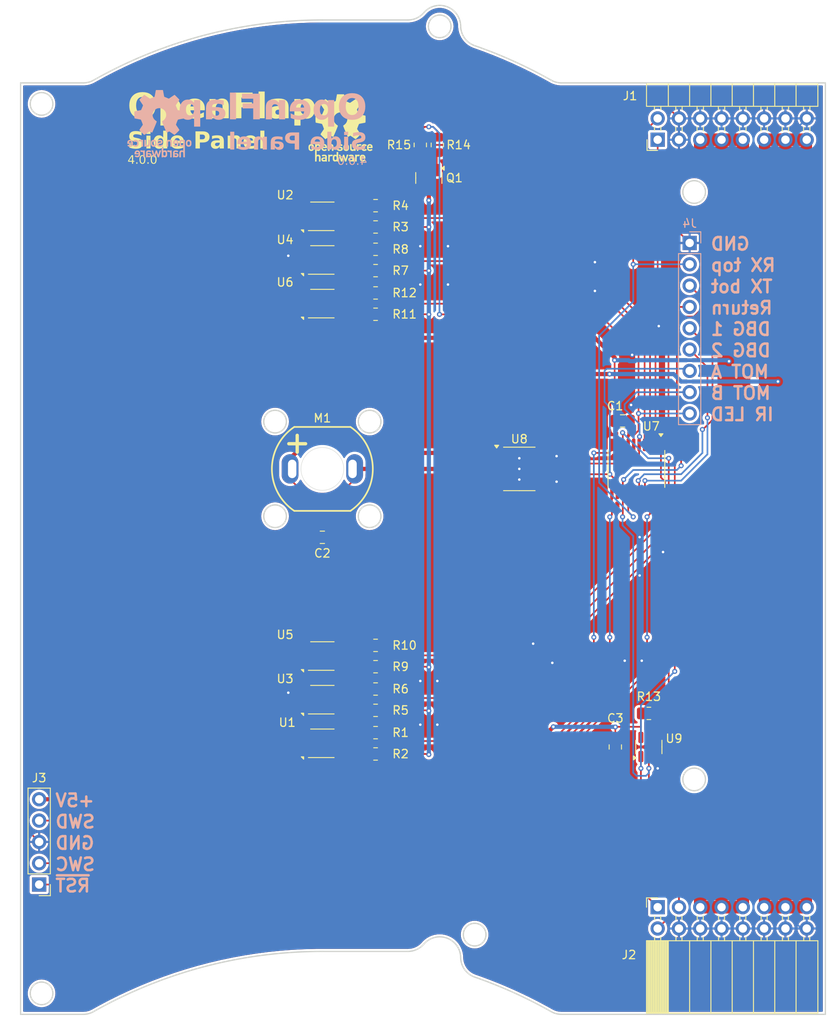
<source format=kicad_pcb>
(kicad_pcb (version 20240108) (generator "pcbnew") (generator_version "8.0")
  (title_block (title "Side Panel") (date "${DATE}") (rev "4.0.0") (company "OpenFlap") (comment 1 "${GIT_TAG}") (comment 2 "Repo: github.com/ToonVanEyck/OpenFlap") (comment 3 "Designer: Toon Van Eyck"))
  (layers (0 "F.Cu" signal) (31 "B.Cu" signal) (34 "B.Paste" user) (35 "F.Paste" user) (36 "B.SilkS" user "B.Silkscreen") (37 "F.SilkS" user "F.Silkscreen") (38 "B.Mask" user) (39 "F.Mask" user) (44 "Edge.Cuts" user))
  (net 0 "")
  (net 1 "+12V")
  (net 2 "/RX Top")
  (net 3 "/Data Return Path")
  (net 4 "/Column End")
  (net 5 "/TX Bottom")
  (net 6 "/SWC")
  (net 7 "/~{RST}")
  (net 8 "/SWD")
  (net 9 "/Motor IN_B")
  (net 10 "Net-(M1--)")
  (net 11 "Net-(M1-+)")
  (net 12 "/Debug Pin 1")
  (net 13 "/Debug Pin 2")
  (net 14 "Net-(U1-K)")
  (net 16 "/Motor IN_A")
  (net 17 "Net-(Q1-D)")
  (net 18 "+5V")
  (net 19 "/IR Sens Ch 1")
  (net 20 "Net-(Q1-G)")
  (net 21 "Net-(U2-K)")
  (net 22 "/IR Sens Ch 2")
  (net 23 "Net-(U3-K)")
  (net 24 "/IR Sens Ch 3")
  (net 25 "Net-(U4-K)")
  (net 26 "/IR Sens Ch 4")
  (net 27 "Net-(U5-K)")
  (net 28 "/IR Sens Ch 5")
  (net 29 "Net-(U6-K)")
  (net 30 "/IR Sens Ch 6")
  (net 31 "GND")
  (net 32 "/IR Sense LED")
  (footprint "Resistor_SMD:R_0805_2012Metric" (layer "F.Cu") (at 108.628 93.574204 -90)
    (property "Reference" "R15")
    (property "Value" "20K")
  )
  (footprint "OptoDevice:OnSemi_CASE100CY" (layer "F.Cu") (at 96.944 107.282204 90)
    (property "Reference" "U4")
    (property "Value" "QRE1113GR")
  )
  (footprint "Resistor_SMD:R_0805_2012Metric" (layer "F.Cu") (at 103.294 108.552204 180)
    (property "Reference" "R7")
    (property "Value" "100R")
  )
  (footprint "Package_TO_SOT_SMD:SOT-23" (layer "F.Cu") (at 109.644 97.511204 -90)
    (property "Reference" "Q1")
    (property "Value" "AP2302B")
  )
  (footprint "Resistor_SMD:R_0805_2012Metric" (layer "F.Cu") (at 103.294 155.752204 180)
    (property "Reference" "R9")
    (property "Value" "100R")
  )
  (footprint "Symbol:OSHW-Logo_7.5x8mm_SilkScreen" (layer "F.Cu") (at 99.103 91.542204)
    (property "Reference" "OSHW-LOGO-2" (hide yes))
    (property "Value" "OSHW-Logo_7.5x8mm_SilkScreen" (hide yes))
  )
  (footprint "Resistor_SMD:R_0805_2012Metric" (layer "F.Cu") (at 103.294 103.352204 180)
    (property "Reference" "R3")
    (property "Value" "100R")
  )
  (footprint "Resistor_SMD:R_0805_2012Metric" (layer "F.Cu") (at 103.294 166.152204 180)
    (property "Reference" "R2")
    (property "Value" "100R")
  )
  (footprint "Resistor_SMD:R_0805_2012Metric" (layer "F.Cu") (at 135.894 161.319704 180)
    (property "Reference" "R13")
    (property "Value" "20K")
  )
  (footprint "Connector_PinHeader_2.54mm:PinHeader_2x08_P2.54mm_Horizontal" (layer "F.Cu") (at 136.944 92.952204 90)
    (property "Reference" "J1")
    (property "Value" "Top Connector")
  )
  (footprint "OptoDevice:OnSemi_CASE100CY" (layer "F.Cu") (at 96.944 159.682204 90)
    (property "Reference" "U3")
    (property "Value" "QRE1113GR")
  )
  (footprint "Connector_PinSocket_2.54mm:PinSocket_2x08_P2.54mm_Horizontal" (layer "F.Cu") (at 136.944 184.412204 90)
    (property "Reference" "J2")
    (property "Value" "Bottom Connecor")
  )
  (footprint "OptoDevice:OnSemi_CASE100CY" (layer "F.Cu") (at 96.944 164.882204 90)
    (property "Reference" "U1")
    (property "Value" "QRE1113GR")
  )
  (footprint "Resistor_SMD:R_0805_2012Metric" (layer "F.Cu") (at 110.66 93.574204 -90)
    (property "Reference" "R14")
    (property "Value" "100R")
  )
  (footprint "Package_TO_SOT_SMD:SOT-23-5" (layer "F.Cu") (at 135.894 165.319704 90)
    (property "Reference" "U9")
    (property "Value" "74LVC1G66")
  )
  (footprint "Resistor_SMD:R_0805_2012Metric" (layer "F.Cu") (at 103.294 106.012204 180)
    (property "Reference" "R8")
    (property "Value" "20K")
  )
  (footprint "OptoDevice:OnSemi_CASE100CY" (layer "F.Cu") (at 96.944 154.482204 90)
    (property "Reference" "U5")
    (property "Value" "QRE1113GR" (hide yes))
  )
  (footprint "Package_SO:SOP-8_3.76x4.96mm_P1.27mm" (layer "F.Cu") (at 120.439 132.182204)
    (property "Reference" "U8")
    (property "Value" "L9110S")
  )
  (footprint "Resistor_SMD:R_0805_2012Metric" (layer "F.Cu") (at 103.294 100.812204 180)
    (property "Reference" "R4")
    (property "Value" "20K")
  )
  (footprint "Connector_PinHeader_2.54mm:PinHeader_1x05_P2.54mm_Vertical" (layer "F.Cu") (at 63.162 181.712204 180)
    (property "Reference" "J3")
    (property "Value" "Conn_01x05")
  )
  (footprint "Resistor_SMD:R_0805_2012Metric" (layer "F.Cu") (at 103.294 160.952204 180)
    (property "Reference" "R5")
    (property "Value" "100R")
  )
  (footprint "Resistor_SMD:R_0805_2012Metric" (layer "F.Cu") (at 103.294 111.212204 180)
    (property "Reference" "R12")
    (property "Value" "20K")
  )
  (footprint "GA12-N20:GA12-N20 Motor Vertical" (layer "F.Cu") (at 96.944 132.182204)
    (property "Reference" "M1")
    (property "Value" "GA12-N20 12V 100rpm")
    (fp_circle (center 0 0) (end 2.55 0) (stroke (width 0.05)) (fill none) (layer "Edge.Cuts"))
  )
  (footprint "OptoDevice:OnSemi_CASE100CY" (layer "F.Cu") (at 96.944 102.082204 90)
    (property "Reference" "U2")
    (property "Value" "QRE1113GR")
  )
  (footprint "Resistor_SMD:R_0805_2012Metric" (layer "F.Cu") (at 103.294 163.612204 180)
    (property "Reference" "R1")
    (property "Value" "20K")
  )
  (footprint "Resistor_SMD:R_0805_2012Metric" (layer "F.Cu") (at 103.294 158.412204 180)
    (property "Reference" "R6")
    (property "Value" "20K")
  )
  (footprint "Package_SO:TSSOP-20_4.4x6.5mm_P0.65mm" (layer "F.Cu") (at 134.409 132.182204 -90)
    (property "Reference" "U7")
    (property "Value" "PY32F003F1xPx")
  )
  (footprint "Resistor_SMD:R_0805_2012Metric" (layer "F.Cu") (at 103.294 153.212204 180)
    (property "Reference" "R10")
    (property "Value" "20K")
  )
  (footprint "Capacitor_SMD:C_0805_2012Metric" (layer "F.Cu") (at 132.758 126.467204)
    (property "Reference" "C1")
    (property "Value" "100nF")
  )
  (footprint "Capacitor_SMD:C_0805_2012Metric" (layer "F.Cu") (at 96.944 140.332204)
    (property "Reference" "C2")
    (property "Value" "100nF")
  )
  (footprint "Capacitor_SMD:C_0805_2012Metric" (layer "F.Cu") (at 131.894 165.319704 -90)
    (property "Reference" "C3")
    (property "Value" "100nF")
  )
  (footprint "Resistor_SMD:R_0805_2012Metric" (layer "F.Cu") (at 103.294 113.752204 180)
    (property "Reference" "R11")
    (property "Value" "100R")
  )
  (footprint "OptoDevice:OnSemi_CASE100CY" (layer "F.Cu") (at 96.944 112.482204 90)
    (property "Reference" "U6")
    (property "Value" "QRE1113GR" (hide yes))
  )
  (footprint "Connector_PinHeader_2.54mm:PinHeader_1x09_P2.54mm_Vertical" (layer "B.Cu") (at 140.759 105.258204 180)
    (property "Reference" "J4")
    (property "Value" "Conn_01x09")
  )
  (footprint "Symbol:OSHW-Logo_7.5x8mm_SilkScreen" (layer "B.Cu") (at 77.513 91.034204 180)
    (property "Reference" "OSHW-LOGO-1" (hide yes))
    (property "Value" "OSHW-Logo_7.5x8mm_SilkScreen" (hide yes))
  )
  (gr_arc (start 96.944 147.803204) (mid 81.323 132.182204) (end 96.944 116.561204) (stroke (width 0.5)) (layer "F.Cu") (net 18))
  (gr_arc (start 113.027768 189.06292) (mid 113.333181 189.708112) (end 113.443809 190.413314) (stroke (width 0.16)) (layer "Edge.Cuts"))
  (gr_arc (start 109.049308 77.813198) (mid 111.799356 77.095072) (end 113.443809 79.413314) (stroke (width 0.16)) (layer "Edge.Cuts"))
  (gr_arc (start 115.12467 81.744496) (mid 119.775566 83.595945) (end 124.240722 85.858928) (stroke (width 0.16)) (layer "Edge.Cuts"))
  (gr_circle (center 91.304823 137.821381) (end 89.954823 137.821381) (stroke (width 0.16)) (fill none) (layer "Edge.Cuts"))
  (gr_arc (start 115.12467 192.744496) (mid 113.915777 191.844579) (end 113.443809 190.413314) (stroke (width 0.16)) (layer "Edge.Cuts"))
  (gr_circle (center 91.304823 126.543027) (end 89.954823 126.543027) (stroke (width 0.16)) (fill none) (layer "Edge.Cuts"))
  (gr_arc (start 69.647278 85.858928) (mid 82.831803 80.506363) (end 96.944 78.682204) (stroke (width 0.16)) (layer "Edge.Cuts"))
  (gr_arc (start 69.647278 196.858928) (mid 82.831803 191.506363) (end 96.944 189.682204) (stroke (width 0.16)) (layer "Edge.Cuts"))
  (gr_circle (center 115.111536 187.681649) (end 113.761536 187.681649) (stroke (width 0.16)) (fill none) (layer "Edge.Cuts"))
  (gr_line (start 96.944 78.682204) (end 107.154615 78.682204) (stroke (width 0.16)) (layer "Edge.Cuts"))
  (gr_circle (center 141.297692 99.182204) (end 139.947692 99.182204) (stroke (width 0.16)) (fill none) (layer "Edge.Cuts"))
  (gr_line (start 60.947732 197.182204) (end 68.417696 197.182204) (stroke (width 0.16)) (layer "Edge.Cuts"))
  (gr_line (start 156.947732 171.682204) (end 156.947732 197.182204) (stroke (width 0.16)) (layer "Edge.Cuts"))
  (gr_line (start 156.947732 96.682204) (end 156.947732 86.182204) (stroke (width 0.16)) (layer "Edge.Cuts"))
  (gr_arc (start 115.12467 192.744496) (mid 119.775566 194.595945) (end 124.240722 196.858928) (stroke (width 0.16)) (layer "Edge.Cuts"))
  (gr_circle (center 102.583177 137.821381) (end 101.233177 137.821381) (stroke (width 0.16)) (fill none) (layer "Edge.Cuts"))
  (gr_line (start 156.947732 197.182204) (end 125.470304 197.182204) (stroke (width 0.16)) (layer "Edge.Cuts"))
  (gr_circle (center 110.944 79.444192) (end 109.594 79.444192) (stroke (width 0.16)) (fill none) (layer "Edge.Cuts"))
  (gr_arc (start 125.470304 86.182204) (mid 124.834619 86.100035) (end 124.240722 85.858928) (stroke (width 0.16)) (layer "Edge.Cuts"))
  (gr_circle (center 141.297692 169.182204) (end 139.947692 169.182204) (stroke (width 0.16)) (fill none) (layer "Edge.Cuts"))
  (gr_line (start 125.470304 86.182204) (end 134.947732 86.182204) (stroke (width 0.16)) (layer "Edge.Cuts"))
  (gr_line (start 60.947732 194.682204) (end 60.947732 96.682204) (stroke (width 0.16)) (layer "Edge.Cuts"))
  (gr_circle (center 63.447732 88.682204) (end 62.097732 88.682204) (stroke (width 0.16)) (fill none) (layer "Edge.Cuts"))
  (gr_arc (start 109.049308 188.813198) (mid 108.196852 189.454591) (end 107.154615 189.682204) (stroke (width 0.16)) (layer "Edge.Cuts"))
  (gr_line (start 60.947732 197.182204) (end 60.947732 194.682204) (stroke (width 0.16)) (layer "Edge.Cuts"))
  (gr_arc (start 109.049308 77.813198) (mid 108.196852 78.454591) (end 107.154615 78.682204) (stroke (width 0.16)) (layer "Edge.Cuts"))
  (gr_arc (start 125.470304 197.182204) (mid 124.834619 197.100035) (end 124.240722 196.858928) (stroke (width 0.16)) (layer "Edge.Cuts"))
  (gr_line (start 96.944 189.682204) (end 107.154615 189.682204) (stroke (width 0.16)) (layer "Edge.Cuts"))
  (gr_line (start 60.947732 86.182204) (end 60.947732 96.682204) (stroke (width 0.16)) (layer "Edge.Cuts"))
  (gr_line (start 134.947732 86.182204) (end 156.947732 86.182204) (stroke (width 0.16)) (layer "Edge.Cuts"))
  (gr_arc (start 109.049308 188.813198) (mid 111.100613 187.949102) (end 113.027768 189.06292) (stroke (width 0.16)) (layer "Edge.Cuts"))
  (gr_circle (center 102.583177 126.543027) (end 101.233177 126.543027) (stroke (width 0.16)) (fill none) (layer "Edge.Cuts"))
  (gr_line (start 60.947732 86.182204) (end 68.417696 86.182204) (stroke (width 0.16)) (layer "Edge.Cuts"))
  (gr_circle (center 63.447732 194.682204) (end 62.097732 194.682204) (stroke (width 0.16)) (fill none) (layer "Edge.Cuts"))
  (gr_arc (start 69.647278 196.858928) (mid 69.053381 197.100035) (end 68.417696 197.182204) (stroke (width 0.16)) (layer "Edge.Cuts"))
  (gr_line (start 156.947732 96.682204) (end 156.947732 171.682204) (stroke (width 0.16)) (layer "Edge.Cuts"))
  (gr_arc (start 115.12467 81.744496) (mid 113.915777 80.844579) (end 113.443809 79.413314) (stroke (width 0.16)) (layer "Edge.Cuts"))
  (gr_arc (start 69.647278 85.858928) (mid 69.053381 86.100035) (end 68.417696 86.182204) (stroke (width 0.16)) (layer "Edge.Cuts"))
  (gr_text "MOT A" (at 143.1212 121.488804 0) (layer "B.SilkS") (effects (font (size 1.5 1.5) (thickness 0.3) (bold yes)) (justify right bottom mirror)))
  (gr_text "GND" (at 64.94 177.648204 0) (layer "B.SilkS") (effects (font (size 1.5 1.5) (thickness 0.3) (bold yes)) (justify right bottom mirror)))
  (gr_text "${COMPANY}" (at 102.278 91.034204 0) (layer "B.SilkS") (effects (font (size 3 3) (thickness 0.3) (bold yes)) (justify left bottom mirror)))
  (gr_text "SWC" (at 64.94 180.188204 0) (layer "B.SilkS") (effects (font (size 1.5 1.5) (thickness 0.3) (bold yes)) (justify right bottom mirror)))
  (gr_text "IR LED" (at 143.1212 126.568804 0) (layer "B.SilkS") (effects (font (size 1.5 1.5) (thickness 0.3) (bold yes)) (justify right bottom mirror)))
  (gr_text "TX bot" (at 143.1212 111.328804 0) (layer "B.SilkS") (effects (font (size 1.5 1.5) (thickness 0.3) (bold yes)) (justify right bottom mirror)))
  (gr_text "SWD" (at 64.94 175.108204 0) (layer "B.SilkS") (effects (font (size 1.5 1.5) (thickness 0.3) (bold yes)) (justify right bottom mirror)))
  (gr_text "MOT B" (at 143.1212 124.028804 0) (layer "B.SilkS") (effects (font (size 1.5 1.5) (thickness 0.3) (bold yes)) (justify right bottom mirror)))
  (gr_text "DBG 1" (at 143.1212 116.408804 0) (layer "B.SilkS") (effects (font (size 1.5 1.5) (thickness 0.3) (bold yes)) (justify right bottom mirror)))
  (gr_text "DBG 2" (at 143.1212 118.948804 0) (layer "B.SilkS") (effects (font (size 1.5 1.5) (thickness 0.3) (bold yes)) (justify right bottom mirror)))
  (gr_text "${TITLE}\n" (at 102.278 94.463204 0) (layer "B.SilkS") (effects (font (size 2 2) (thickness 0.3) (bold yes)) (justify left bottom mirror)))
  (gr_text "+5V" (at 64.94 172.568204 0) (layer "B.SilkS") (effects (font (size 1.5 1.5) (thickness 0.3) (bold yes)) (justify right bottom mirror)))
  (gr_text "${REVISION}" (at 102.278 96.114204 0) (layer "B.SilkS") (effects (font (size 1 1) (thickness 0.125)) (justify left bottom mirror)))
  (gr_text "~{RST}" (at 64.94 182.728204 0) (layer "B.SilkS") (effects (font (size 1.5 1.5) (thickness 0.3) (bold yes)) (justify right bottom mirror)))
  (gr_text "GND" (at 143.1212 106.248804 0) (layer "B.SilkS") (effects (font (size 1.5 1.5) (thickness 0.3) (bold yes)) (justify right bottom mirror)))
  (gr_text "RX top" (at 143.1212 108.788804 0) (layer "B.SilkS") (effects (font (size 1.5 1.5) (thickness 0.3) (bold yes)) (justify right bottom mirror)))
  (gr_text "Return" (at 143.1212 113.868804 0) (layer "B.SilkS") (effects (font (size 1.5 1.5) (thickness 0.3) (bold yes)) (justify right bottom mirror)))
  (gr_text "${COMPANY}" (at 73.703 90.907204 0) (layer "F.SilkS") (effects (font (size 3 3) (thickness 0.3) (bold yes)) (justify left bottom)))
  (gr_text "${REVISION}" (at 73.703 95.987204 0) (layer "F.SilkS") (effects (font (size 1 1) (thickness 0.125)) (justify left bottom)))
  (gr_text "${TITLE}\n" (at 73.703 94.336204 0) (layer "F.SilkS") (effects (font (size 2 2) (thickness 0.3) (bold yes)) (justify left bottom)))
  (segment (start 119.677 125.832204) (end 124.63 120.879204) (width 0.5) (layer "F.Cu") (net 1))
  (segment (start 151.544 92.952204) (end 154.084 92.952204) (width 0.2) (layer "F.Cu") (net 1))
  (segment (start 151.29 121.768204) (end 152.184 121.768204) (width 0.2) (layer "F.Cu") (net 1))
  (segment (start 152.184 121.768204) (end 152.184 92.952204) (width 0.2) (layer "F.Cu") (net 1))
  (segment (start 117.9015 131.547204) (end 119.677 131.547204) (width 0.5) (layer "F.Cu") (net 1))
  (segment (start 117.9015 132.817204) (end 119.677 132.817204) (width 0.5) (layer "F.Cu") (net 1))
  (segment (start 119.677 131.547204) (end 119.677 125.832204) (width 0.5) (layer "F.Cu") (net 1))
  (segment (start 154.084 184.412204) (end 151.544 184.412204) (width 0.2) (layer "F.Cu") (net 1))
  (segment (start 149.004 184.412204) (end 151.544 184.412204) (width 0.2) (layer "F.Cu") (net 1))
  (segment (start 124.63 120.879204) (end 131.208 120.879204) (width 0.5) (layer "F.Cu") (net 1))
  (segment (start 119.677 132.817204) (end 119.677 131.547204) (width 0.5) (layer "F.Cu") (net 1))
  (segment (start 152.184 184.412204) (end 152.184 121.768204) (width 0.2) (layer "F.Cu") (net 1))
  (segment (start 149.004 92.952204) (end 151.544 92.952204) (width 0.2) (layer "F.Cu") (net 1))
  (via (at 151.29 121.768204) (size 0.6) (drill 0.3) (layers "F.Cu" "B.Cu") (net 1))
  (via (at 131.208 120.879204) (size 0.6) (drill 0.3) (layers "F.Cu" "B.Cu") (net 1))
  (segment (start 140.378 121.768204) (end 139.743 121.768204) (width 0.5) (layer "B.Cu") (net 1))
  (segment (start 141.285052 121.768204) (end 140.378 121.768204) (width 0.44) (layer "B.Cu") (net 1))
  (segment (start 141.14 121.768204) (end 151.144948 121.768204) (width 0.5) (layer "B.Cu") (net 1))
  (segment (start 139.743 121.768204) (end 138.854 120.879204) (width 0.5) (layer "B.Cu") (net 1))
  (segment (start 138.854 120.879204) (end 131.208 120.879204) (width 0.5) (layer "B.Cu") (net 1))
  (segment (start 134.028 107.798204) (end 134.028 93.328204) (width 0.2) (layer "F.Cu") (net 2))
  (segment (start 136.304 90.412204) (end 136.304 90.516204) (width 0.2) (layer "F.Cu") (net 2))
  (segment (start 134.028 137.897204) (end 133.434 137.303204) (width 0.2) (layer "F.Cu") (net 2))
  (segment (start 133.434 137.303204) (end 133.434 135.044704) (width 0.2) (layer "F.Cu") (net 2))
  (segment (start 134.028 93.328204) (end 136.944 90.412204) (width 0.2) (layer "F.Cu") (net 2))
  (segment (start 136.304 90.516204) (end 136.314 90.526204) (width 0.2) (layer "F.Cu") (net 2))
  (via (at 134.028 137.897204) (size 0.6) (drill 0.3) (layers "F.Cu" "B.Cu") (net 2))
  (via (at 134.028 107.798204) (size 0.6) (drill 0.3) (layers "F.Cu" "B.Cu") (net 2))
  (segment (start 129.964 116.307204) (end 129.964 133.833204) (width 0.2) (layer "B.Cu") (net 2))
  (segment (start 134.028 107.798204) (end 134.028 112.243204) (width 0.2) (layer "B.Cu") (net 2))
  (segment (start 134.028 107.798204) (end 140.759 107.798204) (width 0.2) (layer "B.Cu") (net 2))
  (segment (start 134.028 112.243204) (end 129.964 116.307204) (width 0.2) (layer "B.Cu") (net 2))
  (segment (start 129.964 133.833204) (end 134.028 137.897204) (width 0.2) (layer "B.Cu") (net 2))
  (segment (start 134.944 182.374204) (end 135.298 182.728204) (width 0.2) (layer "F.Cu") (net 3))
  (segment (start 138.234 112.878204) (end 138.234 115.418204) (width 0.2) (layer "F.Cu") (net 3))
  (segment (start 136.944 111.588204) (end 138.234 112.878204) (width 0.2) (layer "F.Cu") (net 3))
  (segment (start 136.944 92.952204) (end 136.944 111.588204) (width 0.2) (layer "F.Cu") (net 3))
  (segment (start 140.759 112.878204) (end 138.234 112.878204) (width 0.2) (layer "F.Cu") (net 3))
  (segment (start 136.944 184.412204) (end 135.298 182.766204) (width 0.2) (layer "F.Cu") (net 3))
  (segment (start 138.981 130.404204) (end 138.981 156.312204) (width 0.2) (layer "F.Cu") (net 3))
  (segment (start 135.298 182.766204) (end 135.298 182.728204) (width 0.2) (layer "F.Cu") (net 3))
  (segment (start 138.234 115.418204) (end 138.234 129.657204) (width 0.2) (layer "F.Cu") (net 3))
  (segment (start 138.234 129.657204) (end 138.981 130.404204) (width 0.2) (layer "F.Cu") (net 3))
  (segment (start 134.944 167.869204) (end 134.944 182.374204) (width 0.2) (layer "F.Cu") (net 3))
  (segment (start 134.944 166.457204) (end 134.944 167.869204) (width 0.2) (layer "F.Cu") (net 3))
  (via (at 134.944 167.869204) (size 0.6) (drill 0.3) (layers "F.Cu" "B.Cu") (net 3))
  (via (at 138.981 156.312204) (size 0.6) (drill 0.3) (layers "F.Cu" "B.Cu") (net 3))
  (segment (start 134.944 160.349204) (end 134.944 167.869204) (width 0.2) (layer "B.Cu") (net 3))
  (segment (start 138.981 156.312204) (end 134.944 160.349204) (width 0.2) (layer "B.Cu") (net 3))
  (segment (start 136.844 162.916204) (end 136.844 162.789204) (width 0.2) (layer "F.Cu") (net 4))
  (segment (start 139.484 182.469204) (end 139.484 184.412204) (width 0.2) (layer "F.Cu") (net 4))
  (segment (start 136.844 161.357204) (end 136.8065 161.319704) (width 0.2) (layer "F.Cu") (net 4))
  (segment (start 136.844 162.789204) (end 136.844 161.357204) (width 0.2) (layer "F.Cu") (net 4))
  (segment (start 138.262695 130.912204) (end 138.262695 162.789204) (width 0.2) (layer "F.Cu") (net 4))
  (segment (start 138.262695 181.247899) (end 139.484 182.469204) (width 0.2) (layer "F.Cu") (net 4))
  (segment (start 136.844 164.182204) (end 136.844 162.916204) (width 0.2) (layer "F.Cu") (net 4))
  (segment (start 138.262695 162.789204) (end 138.262695 181.247899) (width 0.2) (layer "F.Cu") (net 4))
  (segment (start 132.784 129.319704) (end 132.784 127.890204) (width 0.2) (layer "F.Cu") (net 4))
  (segment (start 136.844 162.789204) (end 138.262695 162.789204) (width 0.2) (layer "F.Cu") (net 4))
  (segment (start 138.262695 130.912204) (end 138.346 130.995509) (width 0.2) (layer "F.Cu") (net 4))
  (segment (start 132.784 127.890204) (end 132.758 127.864204) (width 0.2) (layer "F.Cu") (net 4))
  (via (at 132.758 127.864204) (size 0.6) (drill 0.3) (layers "F.Cu" "B.Cu") (net 4))
  (via (at 138.262695 130.912204) (size 0.6) (drill 0.3) (layers "F.Cu" "B.Cu") (net 4))
  (segment (start 135.806 130.912204) (end 132.758 127.864204) (width 0.2) (layer "B.Cu") (net 4))
  (segment (start 138.262695 130.912204) (end 135.806 130.912204) (width 0.2) (layer "B.Cu") (net 4))
  (segment (start 138.219 185.677204) (end 138.219 183.021204) (width 0.2) (layer "F.Cu") (net 5))
  (segment (start 139.736 114.028204) (end 141.26 114.028204) (width 0.2) (layer "F.Cu") (net 5))
  (segment (start 139.743 131.801204) (end 139.743 130.404204) (width 0.2) (layer "F.Cu") (net 5))
  (segment (start 135.894 180.696204) (end 135.894 166.457204) (width 0.2) (layer "F.Cu") (net 5))
  (segment (start 132.784 135.044704) (end 132.784 137.871204) (width 0.2) (layer "F.Cu") (net 5))
  (segment (start 142.156 111.735204) (end 140.759 110.338204) (width 0.2) (layer "F.Cu") (net 5))
  (segment (start 139.235 129.896204) (end 139.235 114.529204) (width 0.2) (layer "F.Cu") (net 5))
  (segment (start 132.784 133.553204) (end 132.885 133.452204) (width 0.2) (layer "F.Cu") (net 5))
  (segment (start 132.784 137.871204) (end 132.758 137.897204) (width 0.2) (layer "F.Cu") (net 5))
  (segment (start 141.26 114.028204) (end 142.156 113.132204) (width 0.2) (layer "F.Cu") (net 5))
  (segment (start 132.784 135.044704) (end 132.784 133.553204) (width 0.2) (layer "F.Cu") (net 5))
  (segment (start 138.219 183.021204) (end 135.894 180.696204) (width 0.2) (layer "F.Cu") (net 5))
  (segment (start 136.944 186.952204) (end 138.219 185.677204) (width 0.2) (layer "F.Cu") (net 5))
  (segment (start 139.743 130.404204) (end 139.235 129.896204) (width 0.2) (layer "F.Cu") (net 5))
  (segment (start 142.156 113.132204) (end 142.156 111.735204) (width 0.2) (layer "F.Cu") (net 5))
  (segment (start 139.235 114.529204) (end 139.736 114.028204) (width 0.2) (layer "F.Cu") (net 5))
  (via (at 132.885 133.452204) (size 0.6) (drill 0.3) (layers "F.Cu" "B.Cu") (net 5))
  (via (at 135.894 167.869204) (size 0.6) (drill 0.3) (layers "F.Cu" "B.Cu") (net 5))
  (via (at 139.743 131.801204) (size 0.6) (drill 0.3) (layers "F.Cu" "B.Cu") (net 5))
  (via (at 132.758 137.897204) (size 0.6) (drill 0.3) (layers "F.Cu" "B.Cu") (net 5))
  (segment (start 135.552 168.758204) (end 134.409 168.758204) (width 0.2) (layer "B.Cu") (net 5))
  (segment (start 132.758 138.913204) (end 132.758 137.897204) (width 0.2) (layer "B.Cu") (net 5))
  (segment (start 134.028 132.309204) (end 132.885 133.452204) (width 0.2) (layer "B.Cu") (net 5))
  (segment (start 134.028 140.183204) (end 132.758 138.913204) (width 0.2) (layer "B.Cu") (net 5))
  (segment (start 135.894 168.416204) (end 135.552 168.758204) (width 0.2) (layer "B.Cu") (net 5))
  (segment (start 139.235 132.309204) (end 134.028 132.309204) (width 0.2) (layer "B.Cu") (net 5))
  (segment (start 139.743 131.801204) (end 139.235 132.309204) (width 0.2) (layer "B.Cu") (net 5))
  (segment (start 135.894 167.869204) (end 135.894 168.416204) (width 0.2) (layer "B.Cu") (net 5))
  (segment (start 134.028 168.377204) (end 134.028 140.183204) (width 0.2) (layer "B.Cu") (net 5))
  (segment (start 134.409 168.758204) (end 134.028 168.377204) (width 0.2) (layer "B.Cu") (net 5))
  (segment (start 63.162 179.172204) (end 111.295 179.172204) (width 0.2) (layer "F.Cu") (net 6))
  (segment (start 131.234 137.897204) (end 131.484 137.647204) (width 0.2) (layer "F.Cu") (net 6))
  (segment (start 111.295 179.172204) (end 131.234 159.233204) (width 0.2) (layer "F.Cu") (net 6))
  (segment (start 131.484 137.647204) (end 131.484 135.044704) (width 0.2) (layer "F.Cu") (net 6))
  (segment (start 131.234 159.233204) (end 131.234 152.248204) (width 0.2) (layer "F.Cu") (net 6))
  (via (at 131.234 137.897204) (size 0.6) (drill 0.3) (layers "F.Cu" "B.Cu") (net 6))
  (via (at 131.234 152.248204) (size 0.6) (drill 0.3) (layers "F.Cu" "B.Cu") (net 6))
  (segment (start 131.234 152.248204) (end 131.234 137.897204) (width 0.2) (layer "B.Cu") (net 6))
  (segment (start 63.162 181.712204) (end 110.279 181.712204) (width 0.2) (layer "F.Cu") (net 7))
  (segment (start 136.034 135.044704) (end 136.034 137.542204) (width 0.2) (layer "F.Cu") (net 7))
  (segment (start 136.034 137.542204) (end 135.679 137.897204) (width 0.2) (layer "F.Cu") (net 7))
  (segment (start 135.679 156.312204) (end 135.679 152.248204) (width 0.2) (layer "F.Cu") (net 7))
  (segment (start 110.279 181.712204) (end 135.679 156.312204) (width 0.2) (layer "F.Cu") (net 7))
  (via (at 135.679 137.897204) (size 0.6) (drill 0.3) (layers "F.Cu" "B.Cu") (net 7))
  (via (at 135.679 152.248204) (size 0.6) (drill 0.3) (layers "F.Cu" "B.Cu") (net 7))
  (segment (start 135.679 137.897204) (end 135.679 152.248204) (width 0.2) (layer "B.Cu") (net 7))
  (segment (start 129.329 159.614204) (end 114.851 174.092204) (width 0.2) (layer "F.Cu") (net 8))
  (segment (start 129.329 152.248204) (end 129.329 159.614204) (width 0.2) (layer "F.Cu") (net 8))
  (segment (start 131.111 130.277204) (end 129.329 130.277204) (width 0.2) (layer "F.Cu") (net 8))
  (segment (start 131.484 129.904204) (end 131.111 130.277204) (width 0.2) (layer "F.Cu") (net 8))
  (segment (start 131.484 129.319704) (end 131.484 129.904204) (width 0.2) (layer "F.Cu") (net 8))
  (segment (start 114.851 174.092204) (end 63.162 174.092204) (width 0.2) (layer "F.Cu") (net 8))
  (via (at 129.329 152.248204) (size 0.6) (drill 0.3) (layers "F.Cu" "B.Cu") (net 8))
  (via (at 129.329 130.277204) (size 0.6) (drill 0.3) (layers "F.Cu" "B.Cu") (net 8))
  (segment (start 129.329 152.248204) (end 129.329 130.277204) (width 0.2) (layer "B.Cu") (net 8))
  (segment (start 124.503 131.547204) (end 133.774 131.547204) (width 0.2) (layer "F.Cu") (net 9))
  (segment (start 134.734 129.319704) (end 134.734 128.387731) (width 0.2) (layer "F.Cu") (net 9))
  (segment (start 124.503 131.547204) (end 122.9765 131.547204) (width 0.2) (layer "F.Cu") (net 9))
  (segment (start 133.774 131.547204) (end 134.734 130.587204) (width 0.2) (layer "F.Cu") (net 9))
  (segment (start 134.734 128.387731) (end 134.784 128.337731) (width 0.2) (layer "F.Cu") (net 9))
  (segment (start 134.734 130.587204) (end 134.734 129.319704) (width 0.2) (layer "F.Cu") (net 9))
  (via (at 134.784 128.337731) (size 0.6) (drill 0.3) (layers "F.Cu" "B.Cu") (net 9))
  (segment (start 133.012 125.070204) (end 133.012 124.475675) (width 0.2) (layer "B.Cu") (net 9))
  (segment (start 134.784 128.337731) (end 134.784 126.842204) (width 0.2) (layer "B.Cu") (net 9))
  (segment (start 134.449471 123.038204) (end 140.759 123.038204) (width 0.2) (layer "B.Cu") (net 9))
  (segment (start 133.012 124.475675) (end 134.449471 123.038204) (width 0.2) (layer "B.Cu") (net 9))
  (segment (start 134.784 126.842204) (end 133.012 125.070204) (width 0.2) (layer "B.Cu") (net 9))
  (segment (start 100.544 133.662204) (end 97.894 136.312204) (width 0.2) (layer "F.Cu") (net 10))
  (segment (start 116.629 134.087204) (end 114.724 132.182204) (width 0.5) (layer "F.Cu") (net 10))
  (segment (start 117.9015 134.087204) (end 116.629 134.087204) (width 0.5) (layer "F.Cu") (net 10))
  (segment (start 97.894 136.312204) (end 97.894 140.332204) (width 0.2) (layer "F.Cu") (net 10))
  (segment (start 100.544004 132.182204) (end 100.544 132.1822) (width 0.5) (layer "F.Cu") (net 10))
  (segment (start 114.724 132.182204) (end 100.544004 132.182204) (width 0.5) (layer "F.Cu") (net 10))
  (segment (start 100.544 132.1822) (end 100.544 133.662204) (width 0.2) (layer "F.Cu") (net 10))
  (segment (start 93.319 130.727204) (end 93.319 132.1822) (width 0.5) (layer "F.Cu") (net 11))
  (segment (start 93.319 130.727204) (end 95.039 129.007204) (width 0.5) (layer "F.Cu") (net 11))
  (segment (start 95.994 136.312204) (end 95.994 140.332204) (width 0.2) (layer "F.Cu") (net 11))
  (segment (start 102.7098 130.277204) (end 117.9015 130.277204) (width 0.5) (layer "F.Cu") (net 11))
  (segment (start 93.319 132.182204) (end 93.319 133.637204) (width 0.2) (layer "F.Cu") (net 11))
  (segment (start 93.319 133.637204) (end 95.994 136.312204) (width 0.2) (layer "F.Cu") (net 11))
  (segment (start 95.039 129.007204) (end 101.4398 129.007204) (width 0.5) (layer "F.Cu") (net 11))
  (segment (start 93.319 132.182204) (end 93.319 130.727204) (width 0.5) (layer "F.Cu") (net 11))
  (segment (start 101.4398 129.007204) (end 102.7098 130.277204) (width 0.5) (layer "F.Cu") (net 11))
  (segment (start 143.483 118.142204) (end 143.483 126.339735) (width 0.2) (layer "F.Cu") (net 12))
  (segment (start 140.759 115.418204) (end 143.483 118.142204) (width 0.2) (layer "F.Cu") (net 12))
  (segment (start 143.454265 126.36847) (end 142.339531 127.483204) (width 0.2) (layer "F.Cu") (net 12))
  (segment (start 143.483 126.339735) (end 143.454265 126.36847) (width 0.2) (layer "F.Cu") (net 12))
  (segment (start 134.734 133.688207) (end 134.624997 133.579204) (width 0.2) (layer "F.Cu") (net 12))
  (segment (start 142.339531 127.483204) (end 142.283 127.483204) (width 0.2) (layer "F.Cu") (net 12))
  (segment (start 134.734 135.044704) (end 134.734 133.688207) (width 0.2) (layer "F.Cu") (net 12))
  (via (at 142.283 127.483204) (size 0.6) (drill 0.3) (layers "F.Cu" "B.Cu") (net 12))
  (via (at 134.624997 133.579204) (size 0.6) (drill 0.3) (layers "F.Cu" "B.Cu") (net 12))
  (segment (start 134.624997 133.530678) (end 134.624997 133.579204) (width 0.2) (layer "B.Cu") (net 12))
  (segment (start 139.743 132.817204) (end 135.338471 132.817204) (width 0.2) (layer "B.Cu") (net 12))
  (segment (start 142.283 127.483204) (end 142.283 130.277204) (width 0.2) (layer "B.Cu") (net 12))
  (segment (start 135.338471 132.817204) (end 134.624997 133.530678) (width 0.2) (layer "B.Cu") (net 12))
  (segment (start 142.283 130.277204) (end 139.743 132.817204) (width 0.2) (layer "B.Cu") (net 12))
  (segment (start 142.883 126.091206) (end 142.883 120.082204) (width 0.2) (layer "F.Cu") (net 13))
  (segment (start 135.425 133.579204) (end 135.425 135.003704) (width 0.2) (layer "F.Cu") (net 13))
  (segment (start 142.883 120.082204) (end 140.759 117.958204) (width 0.2) (layer "F.Cu") (net 13))
  (segment (start 135.425 135.003704) (end 135.384 135.044704) (width 0.2) (layer "F.Cu") (net 13))
  (via (at 142.883 126.091206) (size 0.6) (drill 0.3) (layers "F.Cu" "B.Cu") (net 13))
  (via (at 135.425 133.579204) (size 0.6) (drill 0.3) (layers "F.Cu" "B.Cu") (net 13))
  (segment (start 142.791 130.531204) (end 142.883 130.439204) (width 0.2) (layer "B.Cu") (net 13))
  (segment (start 142.883 130.439204) (end 142.883 126.091206) (width 0.2) (layer "B.Cu") (net 13))
  (segment (start 135.806 133.579204) (end 139.743 133.579204) (width 0.2) (layer "B.Cu") (net 13))
  (segment (start 135.806 133.579204) (end 135.425 133.579204) (width 0.2) (layer "B.Cu") (net 13))
  (segment (start 139.743 133.579204) (end 142.791 130.531204) (width 0.2) (layer "B.Cu") (net 13))
  (segment (start 100.384 165.782204) (end 98.944 165.782204) (width 0.2) (layer "F.Cu") (net 14))
  (segment (start 100.754 166.152204) (end 100.384 165.782204) (width 0.2) (layer "F.Cu") (net 14))
  (segment (start 102.3815 166.152204) (end 100.754 166.152204) (width 0.2) (layer "F.Cu") (net 14))
  (segment (start 124.503 132.817204) (end 122.9765 132.817204) (width 0.2) (layer "F.Cu") (net 16))
  (segment (start 132.134 133.717204) (end 132.134 135.044704) (width 0.2) (layer "F.Cu") (net 16))
  (segment (start 124.503 132.817204) (end 131.234 132.817204) (width 0.2) (layer "F.Cu") (net 16))
  (segment (start 131.234 132.817204) (end 132.134 133.717204) (width 0.2) (layer "F.Cu") (net 16))
  (via (at 131.234 132.817204) (size 0.6) (drill 0.3) (layers "F.Cu" "B.Cu") (net 16))
  (segment (start 130.853 120.244204) (end 140.505 120.244204) (width 0.2) (layer "B.Cu") (net 16))
  (segment (start 140.505 120.244204) (end 140.759 120.498204) (width 0.2) (layer "B.Cu") (net 16))
  (segment (start 131.234 132.817204) (end 131.234 124.816204) (width 0.2) (layer "B.Cu") (net 16))
  (segment (start 130.608 124.190204) (end 130.608 120.489204) (width 0.2) (layer "B.Cu") (net 16))
  (segment (start 131.234 124.816204) (end 130.608 124.190204) (width 0.2) (layer "B.Cu") (net 16))
  (segment (start 130.608 120.489204) (end 130.853 120.244204) (width 0.2) (layer "B.Cu") (net 16))
  (segment (start 104.2065 155.752204) (end 109.592 155.752204) (width 0.2) (layer "F.Cu") (net 17))
  (segment (start 104.2065 113.752204) (end 109.629 113.752204) (width 0.2) (layer "F.Cu") (net 17))
  (segment (start 109.592 155.752204) (end 109.644 155.804204) (width 0.2) (layer "F.Cu") (net 17))
  (segment (start 109.644 103.353204) (end 109.643 103.352204) (width 0.2) (layer "F.Cu") (net 17))
  (segment (start 109.585 160.952204) (end 109.644 161.011204) (width 0.2) (layer "F.Cu") (net 17))
  (segment (start 109.636 108.552204) (end 109.644 108.560204) (width 0.2) (layer "F.Cu") (net 17))
  (segment (start 104.2065 166.152204) (end 109.578 166.152204) (width 0.2) (layer "F.Cu") (net 17))
  (segment (start 109.643 103.352204) (end 104.2065 103.352204) (width 0.2) (layer "F.Cu") (net 17))
  (segment (start 104.2065 108.552204) (end 109.636 108.552204) (width 0.2) (layer "F.Cu") (net 17))
  (segment (start 104.2065 160.952204) (end 109.585 160.952204) (width 0.2) (layer "F.Cu") (net 17))
  (segment (start 109.644 100.178204) (end 109.644 98.448704) (width 0.5) (layer "F.Cu") (net 17))
  (segment (start 109.629 113.752204) (end 109.644 113.767204) (width 0.2) (layer "F.Cu") (net 17))
  (segment (start 109.578 166.152204) (end 109.644 166.218204) (width 0.2) (layer "F.Cu") (net 17))
  (via (at 109.644 155.804204) (size 0.6) (drill 0.3) (layers "F.Cu" "B.Cu") (net 17))
  (via (at 109.644 161.011204) (size 0.6) (drill 0.3) (layers "F.Cu" "B.Cu") (net 17))
  (via (at 109.644 113.767204) (size 0.6) (drill 0.3) (layers "F.Cu" "B.Cu") (net 17))
  (via (at 109.644 103.353204) (size 0.6) (drill 0.3) (layers "F.Cu" "B.Cu") (net 17))
  (via (at 109.644 108.560204) (size 0.6) (drill 0.3) (layers "F.Cu" "B.Cu") (net 17))
  (via (at 109.644 100.178204) (size 0.6) (drill 0.3) (layers "F.Cu" "B.Cu") (net 17))
  (via (at 109.644 166.218204) (size 0.6) (drill 0.3) (layers "F.Cu" "B.Cu") (net 17))
  (segment (start 109.644 103.353204) (end 109.644 100.178204) (width 0.5) (layer "B.Cu") (net 17))
  (segment (start 109.644 155.804204) (end 109.644 113.767204) (width 0.5) (layer "B.Cu") (net 17))
  (segment (start 109.644 166.218204) (end 109.644 161.011204) (width 0.5) (layer "B.Cu") (net 17))
  (segment (start 109.644 113.767204) (end 109.644 108.560204) (width 0.5) (layer "B.Cu") (net 17))
  (segment (start 109.644 161.011204) (end 109.644 155.804204) (width 0.5) (layer "B.Cu") (net 17))
  (segment (start 109.644 108.560204) (end 109.644 103.353204) (width 0.5) (layer "B.Cu") (net 17))
  (segment (start 104.2065 153.212204) (end 104.2065 152.906704) (width 0.2) (layer "F.Cu") (net 18))
  (segment (start 96.94 113.382204) (end 96.944 113.386204) (width 0.2) (layer "F.Cu") (net 18))
  (segment (start 94.944 113.382204) (end 96.94 113.382204) (width 0.2) (layer "F.Cu") (net 18))
  (segment (start 103.505 157.412204) (end 96.987 157.412204) (width 0.2) (layer "F.Cu") (net 18))
  (segment (start 124.503 162.916204) (end 115.867 171.552204) (width 0.5) (layer "F.Cu") (net 18))
  (segment (start 134.944 162.916204) (end 131.869 162.916204) (width 0.2) (layer "F.Cu") (net 18))
  (segment (start 96.944 102.972204) (end 96.944 105.004204) (width 0.5) (layer "F.Cu") (net 18))
  (segment (start 96.98 152.212204) (end 96.944 152.248204) (width 0.2) (layer "F.Cu") (net 18))
  (segment (start 104.2065 111.212204) (end 104.2065 110.869704) (width 0.2) (layer "F.Cu") (net 18))
  (segment (start 96.944 171.552204) (end 63.162 171.552204) (width 0.5) (layer "F.Cu") (net 18))
  (segment (start 96.944 99.797204) (end 96.944 102.972204) (width 0.5) (layer "F.Cu") (net 18))
  (segment (start 134.944 164.182204) (end 134.944 162.916204) (width 0.2) (layer "F.Cu") (net 18))
  (segment (start 96.944 157.455204) (end 96.944 155.423204) (width 0.5) (layer "F.Cu") (net 18))
  (segment (start 104.2065 105.662704) (end 103.548 105.004204) (width 0.2) (layer "F.Cu") (net 18))
  (segment (start 96.941 108.182204) (end 96.944 108.179204) (width 0.2) (layer "F.Cu") (net 18))
  (segment (start 144.564 92.952204) (end 144.564 94.839204) (width 0.2) (layer "F.Cu") (net 18))
  (segment (start 144.564 94.839204) (end 145.458 95.733204) (width 0.2) (layer "F.Cu") (net 18))
  (segment (start 131.894 162.941204) (end 131.869 162.916204) (width 0.2) (layer "F.Cu") (net 18))
  (segment (start 104.2065 158.412204) (end 104.2065 158.113704) (width 0.2) (layer "F.Cu") (net 18))
  (segment (start 96.865 160.582204) (end 96.944 160.503204) (width 0.2) (layer "F.Cu") (net 18))
  (segment (start 96.934 102.982204) (end 96.944 102.972204) (width 0.2) (layer "F.Cu") (net 18))
  (segment (start 104.2065 163.612204) (end 104.2065 163.320704) (width 0.2) (layer "F.Cu") (net 18))
  (segment (start 96.944 162.535204) (end 96.944 160.503204) (width 0.5) (layer "F.Cu") (net 18))
  (segment (start 104.2065 100.455704) (end 103.548 99.797204) (width 0.2) (layer "F.Cu") (net 18))
  (segment (start 134.944 162.916204) (end 134.944 161.357204) (width 0.2) (layer "F.Cu") (net 18))
  (segment (start 132.134 127.875204) (end 131.808 127.549204) (width 0.2) (layer "F.Cu") (net 18))
  (segment (start 96.987 157.412204) (end 96.944 157.455204) (width 0.2) (layer "F.Cu") (net 18))
  (segment (start 96.944 165.837204) (end 96.944 162.535204) (width 0.5) (layer "F.Cu") (net 18))
  (segment (start 145.458 180.061204) (end 145.458 95.733204) (width 0.2) (layer "F.Cu") (net 18))
  (segment (start 144.564 180.955204) (end 145.458 180.061204) (width 0.2) (layer "F.Cu") (net 18))
  (segment (start 147.104 184.412204) (end 144.564 184.412204) (width 0.2) (layer "F.Cu") (net 18))
  (segment (start 103.548 105.004204) (end 96.944 105.004204) (width 0.2) (layer "F.Cu") (net 18))
  (segment (start 96.944 105.004204) (end 96.944 108.179204) (width 0.5) (layer "F.Cu") (net 18))
  (segment (start 96.889 165.782204) (end 96.944 165.837204) (width 0.2) (layer "F.Cu") (net 18))
  (segment (start 104.2065 158.113704) (end 103.505 157.412204) (width 0.2) (layer "F.Cu") (net 18))
  (segment (start 104.2065 163.320704) (end 103.421 162.535204) (width 0.2) (layer "F.Cu") (net 18))
  (segment (start 96.903 155.382204) (end 96.944 155.423204) (width 0.2) (layer "F.Cu") (net 18))
  (segment (start 131.894 164.369704) (end 131.894 162.941204) (width 0.2) (layer "F.Cu") (net 18))
  (segment (start 131.808 119.228204) (end 131.808 118.913204) (width 0.5) (layer "F.Cu") (net 18))
  (segment (start 132.134 129.319704) (end 132.134 127.875204) (width 0.2) (layer "F.Cu") (net 18))
  (segment (start 103.548 110.211204) (end 96.944 110.211204) (width 0.2) (layer "F.Cu") (net 18))
  (segment (start 103.548 99.797204) (end 96.944 99.797204) (width 0.2) (layer "F.Cu") (net 18))
  (segment (start 129.456 116.561204) (end 96.944 116.561204) (width 0.5) (layer "F.Cu") (net 18))
  (segment (start 96.944 155.423204) (end 96.944 152.248204) (width 0.5) (layer "F.Cu") (net 18))
  (segment (start 94.944 160.582204) (end 96.865 160.582204) (width 0.2) (layer "F.Cu") (net 18))
  (segment (start 131.808 119.228204) (end 131.808 126.467204) (width 0.2) (layer "F.Cu") (net 18))
  (segment (start 94.944 155.382204) (end 96.903 155.382204) (width 0.2) (layer "F.Cu") (net 18))
  (segment (start 115.867 171.552204) (end 96.944 171.552204) (width 0.5) (layer "F.Cu") (net 18))
  (segment (start 144.564 184.412204) (end 144.564 180.955204) (width 0.2) (layer "F.Cu") (net 18))
  (segment (start 96.944 116.561204) (end 96.944 113.386204) (width 0.5) (layer "F.Cu") (net 18))
  (segment (start 131.808 118.913204) (end 129.456 116.561204) (width 0.5) (layer "F.Cu") (net 18))
  (segment (start 104.2065 106.012204) (end 104.2065 105.662704) (width 0.2) (layer "F.Cu") (net 18))
  (segment (start 104.2065 110.869704) (end 103.548 110.211204) (width 0.2) (layer "F.Cu") (net 18))
  (segment (start 141.384 184.412204) (end 143.924 184.412204) (width 0.2) (layer "F.Cu") (net 18))
  (segment (start 103.512 152.212204) (end 96.98 152.212204) (width 0.2) (layer "F.Cu") (net 18))
  (segment (start 104.2065 152.906704) (end 103.512 152.212204) (width 0.2) (layer "F.Cu") (net 18))
  (segment (start 96.944 165.837204) (end 96.944 171.552204) (width 0.5) (layer "F.Cu") (net 18))
  (segment (start 131.808 118.908204) (end 131.808 119.228204) (width 0.2) (layer "F.Cu") (net 18))
  (segment (start 96.944 110.211204) (end 96.944 113.386204) (width 0.5) (layer "F.Cu") (net 18))
  (segment (start 94.944 102.982204) (end 96.934 102.982204) (width 0.2) (layer "F.Cu") (net 18))
  (segment (start 134.944 161.357204) (end 134.9815 161.319704) (width 0.2) (layer "F.Cu") (net 18))
  (segment (start 104.2065 100.812204) (end 104.2065 100.455704) (width 0.2) (layer "F.Cu") (net 18))
  (segment (start 96.944 108.179204) (end 96.944 110.211204) (width 0.5) (layer "F.Cu") (net 18))
  (segment (start 96.944 160.503204) (end 96.944 157.455204) (width 0.5) (layer "F.Cu") (net 18))
  (segment (start 146.464 92.952204) (end 141.384 92.952204) (width 0.2) (layer "F.Cu") (net 18))
  (segment (start 94.944 108.182204) (end 96.941 108.182204) (width 0.2) (layer "F.Cu") (net 18))
  (segment (start 131.808 127.549204) (end 131.808 126.467204) (width 0.2) (layer "F.Cu") (net 18))
  (segment (start 103.421 162.535204) (end 96.944 162.535204) (width 0.2) (layer "F.Cu") (net 18))
  (segment (start 94.944 165.782204) (end 96.889 165.782204) (width 0.2) (layer "F.Cu") (net 18))
  (segment (start 96.944 152.248204) (end 96.944 147.803204) (width 0.5) (layer "F.Cu") (net 18))
  (via (at 145.458 119.355204) (size 0.6) (drill 0.3) (layers "F.Cu" "B.Cu") (net 18))
  (via (at 131.808 119.228204) (size 0.6) (drill 0.3) (layers "F.Cu" "B.Cu") (net 18))
  (via (at 131.894 162.941204) (size 0.6) (drill 0.3) (layers "F.Cu" "B.Cu") (net 18))
  (via (at 124.503 162.916204) (size 0.6) (drill 0.3) (layers "F.Cu" "B.Cu") (net 18))
  (segment (start 133.475339 119.228204) (end 133.590339 119.343204) (width 0.5) (layer "B.Cu") (net 18))
  (segment (start 131.869 162.916204) (end 131.894 162.941204) (width 0.2) (layer "B.Cu") (net 18))
  (segment (start 145.331 119.228204) (end 141.14 119.228204) (width 0.5) (layer "B.Cu") (net 18))
  (segment (start 134.211661 119.343204) (end 134.326661 119.228204) (width 0.5) (layer "B.Cu") (net 18))
  (segment (start 141.14 119.228204) (end 140.378 119.228204) (width 0.44) (layer "B.Cu") (net 18))
  (segment (start 145.458 119.355204) (end 145.331 119.228204) (width 0.2) (layer "B.Cu") (net 18))
  (segment (start 134.326661 119.228204) (end 140.378 119.228204) (width 0.5) (layer "B.Cu") (net 18))
  (segment (start 131.808 119.228204) (end 133.475339 119.228204) (width 0.5) (layer "B.Cu") (net 18))
  (segment (start 133.590339 119.343204) (end 134.211661 119.343204) (width 0.5) (layer "B.Cu") (net 18))
  (segment (start 124.503 162.916204) (end 131.869 162.916204) (width 0.5) (layer "B.Cu") (net 18))
  (segment (start 137.834 140.822204) (end 137.834 133.702204) (width 0.2) (layer "F.Cu") (net 19))
  (segment (start 102.3815 163.612204) (end 100.754 163.612204) (width 0.2) (layer "F.Cu") (net 19))
  (segment (start 100.754 163.612204) (end 100.384 163.982204) (width 0.2) (layer "F.Cu") (net 19))
  (segment (start 137.834 133.702204) (end 137.334 133.202204) (width 0.2) (layer "F.Cu") (net 19))
  (segment (start 137.334 133.202204) (end 137.334 129.319704) (width 0.2) (layer "F.Cu") (net 19))
  (segment (start 100.384 163.982204) (end 98.944 163.982204) (width 0.2) (layer "F.Cu") (net 19))
  (segment (start 100.384 163.982204) (end 101.014 164.612204) (width 0.2) (layer "F.Cu") (net 19))
  (segment (start 101.014 164.612204) (end 114.044 164.612204) (width 0.2) (layer "F.Cu") (net 19))
  (segment (start 114.044 164.612204) (end 137.834 140.822204) (width 0.2) (layer "F.Cu") (net 19))
  (segment (start 110.594 94.552704) (end 110.66 94.486704) (width 0.2) (layer "F.Cu") (net 20))
  (segment (start 110.594 96.573704) (end 110.594 94.552704) (width 0.2) (layer "F.Cu") (net 20))
  (segment (start 102.3815 103.352204) (end 100.754 103.352204) (width 0.2) (layer "F.Cu") (net 21))
  (segment (start 100.754 103.352204) (end 100.384 102.982204) (width 0.2) (layer "F.Cu") (net 21))
  (segment (start 100.384 102.982204) (end 98.944 102.982204) (width 0.2) (layer "F.Cu") (net 21))
  (segment (start 102.3815 100.812204) (end 100.754 100.812204) (width 0.2) (layer "F.Cu") (net 22))
  (segment (start 100.384 101.182204) (end 98.944 101.182204) (width 0.2) (layer "F.Cu") (net 22))
  (segment (start 100.384 101.182204) (end 101.489 102.287204) (width 0.2) (layer "F.Cu") (net 22))
  (segment (start 123.183 102.287204) (end 136.684 115.788204) (width 0.2) (layer "F.Cu") (net 22))
  (segment (start 136.684 115.788204) (end 136.684 129.319704) (width 0.2) (layer "F.Cu") (net 22))
  (segment (start 101.489 102.287204) (end 123.183 102.287204) (width 0.2) (layer "F.Cu") (net 22))
  (segment (start 100.754 100.812204) (end 100.384 101.182204) (width 0.2) (layer "F.Cu") (net 22))
  (segment (start 102.3815 160.952204) (end 100.754 160.952204) (width 0.2) (layer "F.Cu") (net 23))
  (segment (start 100.754 160.952204) (end 100.384 160.582204) (width 0.2) (layer "F.Cu") (net 23))
  (segment (start 100.384 160.582204) (end 98.944 160.582204) (width 0.2) (layer "F.Cu") (net 23))
  (segment (start 101.089 159.487204) (end 100.384 158.782204) (width 0.2) (layer "F.Cu") (net 24))
  (segment (start 137.334 135.044704) (end 137.334 140.052204) (width 0.2) (layer "F.Cu") (net 24))
  (segment (start 100.384 158.782204) (end 98.944 158.782204) (width 0.2) (layer "F.Cu") (net 24))
  (segment (start 137.334 140.052204) (end 117.899 159.487204) (width 0.2) (layer "F.Cu") (net 24))
  (segment (start 100.754 158.412204) (end 100.384 158.782204) (width 0.2) (layer "F.Cu") (net 24))
  (segment (start 117.899 159.487204) (end 101.089 159.487204) (width 0.2) (layer "F.Cu") (net 24))
  (segment (start 102.3815 158.412204) (end 100.754 158.412204) (width 0.2) (layer "F.Cu") (net 24))
  (segment (start 100.414 108.182204) (end 98.944 108.182204) (width 0.2) (layer "F.Cu") (net 25))
  (segment (start 100.784 108.552204) (end 100.414 108.182204) (width 0.2) (layer "F.Cu") (net 25))
  (segment (start 101.944 108.552204) (end 100.784 108.552204) (width 0.2) (layer "F.Cu") (net 25))
  (segment (start 100.374 106.382204) (end 98.944 106.382204) (width 0.2) (layer "F.Cu") (net 26))
  (segment (start 100.374 106.382204) (end 101.409 107.417204) (width 0.2) (layer "F.Cu") (net 26))
  (segment (start 101.944 106.012204) (end 100.744 106.012204) (width 0.2) (layer "F.Cu") (net 26))
  (segment (start 136.034 116.281204) (end 136.034 129.319704) (width 0.2) (layer "F.Cu") (net 26))
  (segment (start 101.409 107.417204) (end 127.17 107.417204) (width 0.2) (layer "F.Cu") (net 26))
  (segment (start 127.17 107.417204) (end 136.034 116.281204) (width 0.2) (layer "F.Cu") (net 26))
  (segment (start 100.744 106.012204) (end 100.374 106.382204) (width 0.2) (layer "F.Cu") (net 26))
  (segment (start 102.3815 155.752204) (end 100.754 155.752204) (width 0.2) (layer "F.Cu") (net 27))
  (segment (start 100.384 155.382204) (end 98.944 155.382204) (width 0.2) (layer "F.Cu") (net 27))
  (segment (start 100.754 155.752204) (end 100.384 155.382204) (width 0.2) (layer "F.Cu") (net 27))
  (segment (start 102.3815 153.212204) (end 100.754 153.212204) (width 0.2) (layer "F.Cu") (net 28))
  (segment (start 100.384 153.582204) (end 101.209 154.407204) (width 0.2) (layer "F.Cu") (net 28))
  (segment (start 101.209 154.407204) (end 121.709 154.407204) (width 0.2) (layer "F.Cu") (net 28))
  (segment (start 100.384 153.582204) (end 98.944 153.582204) (width 0.2) (layer "F.Cu") (net 28))
  (segment (start 100.754 153.212204) (end 100.384 153.582204) (width 0.2) (layer "F.Cu") (net 28))
  (segment (start 121.709 154.407204) (end 136.684 139.432204) (width 0.2) (layer "F.Cu") (net 28))
  (segment (start 136.684 139.432204) (end 136.684 135.044704) (width 0.2) (layer "F.Cu") (net 28))
  (segment (start 100.754 113.752204) (end 100.384 113.382204) (width 0.2) (layer "F.Cu") (net 29))
  (segment (start 102.3815 113.752204) (end 100.754 113.752204) (width 0.2) (layer "F.Cu") (net 29))
  (segment (start 100.384 113.382204) (end 98.944 113.382204) (width 0.2) (layer "F.Cu") (net 29))
  (segment (start 102.3815 111.212204) (end 100.754 111.212204) (width 0.2) (layer "F.Cu") (net 30))
  (segment (start 100.384 111.582204) (end 101.299 112.497204) (width 0.2) (layer "F.Cu") (net 30))
  (segment (start 135.384 116.520204) (end 135.384 129.319704) (width 0.2) (layer "F.Cu") (net 30))
  (segment (start 100.384 111.582204) (end 98.944 111.582204) (width 0.2) (layer "F.Cu") (net 30))
  (segment (start 131.361 112.497204) (end 135.384 116.520204) (width 0.2) (layer "F.Cu") (net 30))
  (segment (start 100.754 111.212204) (end 100.384 111.582204) (width 0.2) (layer "F.Cu") (net 30))
  (segment (start 102.024 112.497204) (end 131.361 112.497204) (width 0.2) (layer "F.Cu") (net 30))
  (segment (start 101.299 112.497204) (end 102.024 112.497204) (width 0.2) (layer "F.Cu") (net 30))
  (segment (start 133.434 130.057203) (end 133.393 130.098203) (width 0.2) (layer "F.Cu") (net 31))
  (segment (start 146.464 186.952204) (end 143.924 186.952204) (width 0.2) (layer "F.Cu") (net 31))
  (segment (start 138.473 188.951204) (end 134.79 188.951204) (width 0.2) (layer "F.Cu") (net 31))
  (segment (start 85.768 88.367204) (end 107.104 88.367204) (width 0.2) (layer "F.Cu") (net 31))
  (segment (start 143.924 90.412204) (end 141.384 90.412204) (width 0.2) (layer "F.Cu") (net 31))
  (segment (start 133.4685 187.629704) (end 133.4685 166.269704) (width 0.2) (layer "F.Cu") (net 31))
  (segment (start 78.047 111.582204) (end 78.021 111.608204) (width 0.2) (layer "F.Cu") (net 31))
  (segment (start 78.078 158.782204) (end 78.021 158.725204) (width 0.2) (layer "F.Cu") (net 31))
  (segment (start 108.694 94.552704) (end 108.628 94.486704) (width 0.2) (layer "F.Cu") (net 31))
  (segment (start 78.541 101.182204) (end 94.944 101.182204) (width 0.2) (layer "F.Cu") (net 31))
  (segment (start 78.021 163.982204) (end 94.944 163.982204) (width 0.2) (layer "F.Cu") (net 31))
  (segment (start 61.638 167.488204) (end 61.638 175.108204) (width 0.2) (layer "F.Cu") (net 31))
  (segment (start 121.455 130.277204) (end 122.9765 130.277204) (width 0.2) (layer "F.Cu") (net 31))
  (segment (start 133.774 124.562204) (end 133.708 124.628204) (width 0.2) (layer "F.Cu") (net 31))
  (segment (start 94.944 153.582204) (end 78.084 153.582204) (width 0.2) (layer "F.Cu") (net 31))
  (segment (start 121.328 133.960204) (end 121.328 130.404204) (width 0.2) (layer "F.Cu") (net 31))
  (segment (start 78.129 106.382204) (end 78.021 106.274204) (width 0.2) (layer "F.Cu") (net 31))
  (segment (start 125.138 130.277204) (end 122.9765 130.277204) (width 0.2) (layer "F.Cu") (net 31))
  (segment (start 78.021 96.114204) (end 85.768 88.367204) (width 0.2) (layer "F.Cu") (net 31))
  (segment (start 78.021 106.274204) (end 78.021 101.194204) (width 0.2) (layer "F.Cu") (net 31))
  (segment (start 133.708 124.628204) (end 133.708 126.467204) (width 0.2) (layer "F.Cu") (net 31))
  (segment (start 133.708 127.549204) (end 133.708 126.467204) (width 0.2) (layer "F.Cu") (net 31))
  (segment (start 78.021 163.982204) (end 78.021 158.725204) (width 0.2) (layer "F.Cu") (net 31))
  (segment (start 122.9765 134.087204) (end 121.455 134.087204) (width 0.2) (layer "F.Cu") (net 31))
  (segment (start 140.759 105.258204) (end 139.484 103.983204) (width 0.2) (layer "F.Cu") (net 31))
  (segment (start 151.544 186.952204) (end 149.004 186.952204) (width 0.2) (layer "F.Cu") (net 31))
  (segment (start 133.012 130.912204) (end 126.916 130.912204) (width 0.2) (layer "F.Cu") (net 31))
  (segment (start 108.694 96.573704) (end 108.694 94.552704) (width 0.2) (layer "F.Cu") (net 31))
  (segment (start 107.231 88.367204) (end 107.104 88.367204) (width 0.2) (layer "F.Cu") (net 31))
  (segment (start 154.084 90.412204) (end 151.544 90.412204) (width 0.2) (layer "F.Cu") (net 31))
  (segment (start 136.844 165.732204) (end 136.441 165.329204) (width 0.2) (layer "F.Cu") (net 31))
  (segment (start 107.104 88.367204) (end 137.439 88.367204) (width 0.2) (layer "F.Cu") (net 31))
  (segment (start 139.484 103.983204) (end 139.484 92.952204) (width 0.2) (layer "F.Cu") (net 31))
  (segment (start 134.409 165.329204) (end 133.4685 166.269704) (width 0.2) (layer "F.Cu") (net 31))
  (segment (start 138.844 186.952204) (end 139.87 186.952204) (width 0.2) (layer "F.Cu") (net 31))
  (segment (start 65.144 163.982204) (end 61.638 167.488204) (width 0.2) (layer "F.Cu") (net 31))
  (segment (start 78.021 111.608204) (end 78.021 106.274204) (width 0.2) (layer "F.Cu") (net 31))
  (segment (start 139.994 186.822204) (end 140.124 186.952204) (width 0.2) (layer "F.Cu") (net 31))
  (segment (start 146.464 90.412204) (end 143.924 90.412204) (width 0.2) (layer "F.Cu") (net 31))
  (segment (start 78.529 101.194204) (end 78.541 101.182204) (width 0.2) (layer "F.Cu") (net 31))
  (segment (start 133.393 130.531204) (end 133.012 130.912204) (width 0.2) (layer "F.Cu") (net 31))
  (segment (start 61.638 175.108204) (end 63.162 176.632204) (width 0.2) (layer "F.Cu") (net 31))
  (segment (start 141.384 186.952204) (end 143.924 186.952204) (width 0.2) (layer "F.Cu") (net 31))
  (segment (start 94.944 106.382204) (end 78.129 106.382204) (width 0.2) (layer "F.Cu") (net 31))
  (segment (start 139.484 90.412204) (end 139.484 92.952204) (width 0.2) (layer "F.Cu") (net 31))
  (segment (start 151.544 90.412204) (end 149.004 90.412204) (width 0.2) (layer "F.Cu") (net 31))
  (segment (start 94.944 158.782204) (end 78.078 158.782204) (width 0.2) (layer "F.Cu") (net 31))
  (segment (start 125.773 130.912204) (end 125.138 130.277204) (width 0.2) (layer "F.Cu") (net 31))
  (segment (start 133.393 130.098203) (end 133.393 130.531204) (width 0.2) (layer "F.Cu") (net 31))
  (segment (start 133.434 129.319704) (end 133.434 130.057203) (width 0.2) (layer "F.Cu") (net 31))
  (segment (start 107.231 94.209204) (end 107.231 88.367204) (width 0.2) (layer "F.Cu") (net 31))
  (segment (start 139.87 186.952204) (end 141.384 186.952204) (width 0.2) (layer "F.Cu") (net 31))
  (segment (start 141.384 90.412204) (end 138.844 90.412204) (width 0.2) (layer "F.Cu") (net 31))
  (segment (start 133.434 127.823204) (end 133.708 127.549204) (width 0.2) (layer "F.Cu") (net 31))
  (segment (start 121.455 134.087204) (end 121.328 133.960204) (width 0.2) (layer "F.Cu") (net 31))
  (segment (start 108.628 94.486704) (end 107.5085 94.486704) (width 0.2) (layer "F.Cu") (net 31))
  (segment (start 78.021 153.645204) (end 78.021 111.608204) (width 0.2) (layer "F.Cu") (net 31))
  (segment (start 136.844 166.457204) (end 136.844 165.732204) (width 0.2) (layer "F.Cu") (net 31))
  (segment (start 107.5085 94.486704) (end 107.231 94.209204) (width 0.2) (layer "F.Cu") (net 31))
  (segment (start 78.021 158.725204) (end 78.021 153.645204) (width 0.2) (layer "F.Cu") (net 31))
  (segment (start 154.084 186.952204) (end 151.544 186.952204) (width 0.2) (layer "F.Cu") (net 31))
  (segment (start 94.944 111.582204) (end 78.047 111.582204) (width 0.2) (layer "F.Cu") (net 31))
  (segment (start 139.484 186.952204) (end 139.484 187.940204) (width 0.2) (layer "F.Cu") (net 31))
  (segment (start 78.084 153.582204) (end 78.021 153.645204) (width 0.2) (layer "F.Cu") (net 31))
  (segment (start 133.434 129.319704) (end 133.434 127.823204) (width 0.2) (layer "F.Cu") (net 31))
  (segment (start 133.4685 166.269704) (end 131.894 166.269704) (width 0.2) (layer "F.Cu") (net 31))
  (segment (start 149.004 90.412204) (end 146.464 90.412204) (width 0.2) (layer "F.Cu") (net 31))
  (segment (start 126.916 130.912204) (end 125.773 130.912204) (width 0.2) (layer "F.Cu") (net 31))
  (segment (start 121.328 130.404204) (end 121.455 130.277204) (width 0.2) (layer "F.Cu") (net 31))
  (segment (start 139.484 187.940204) (end 138.473 188.951204) (width 0.2) (layer "F.Cu") (net 31))
  (segment (start 137.439 88.367204) (end 139.484 90.412204) (width 0.2) (layer "F.Cu") (net 31))
  (segment (start 78.021 101.194204) (end 78.529 101.194204) (width 0.2) (layer "F.Cu") (net 31))
  (segment (start 136.441 165.329204) (end 134.409 165.329204) (width 0.2) (layer "F.Cu") (net 31))
  (segment (start 78.021 101.194204) (end 78.021 96.114204) (width 0.2) (layer "F.Cu") (net 31))
  (segment (start 149.004 186.952204) (end 146.464 186.952204) (width 0.2) (layer "F.Cu") (net 31))
  (segment (start 78.021 163.982204) (end 65.144 163.982204) (width 0.2) (layer "F.Cu") (net 31))
  (segment (start 134.79 188.951204) (end 133.4685 187.629704) (width 0.2) (layer "F.Cu") (net 31))
  (segment (start 140.124 186.952204) (end 139.87 186.952204) (width 0.2) (layer "F.Cu") (net 31))
  (via (at 108.628 162.662204) (size 0.6) (drill 0.3) (layers "F.Cu" "B.Cu") (net 31))
  (via (at 124.376 155.296204) (size 0.6) (drill 0.3) (layers "F.Cu" "B.Cu") (net 31))
  (via (at 129.456 110.973204) (size 0.6) (drill 0.3) (layers "F.Cu" "B.Cu") (net 31))
  (via (at 120.439 133.452204) (size 0.6) (drill 0.3) (layers "F.Cu" "B.Cu") (net 31))
  (via (at 137.076 115.164204) (size 0.6) (drill 0.3) (layers "F.Cu" "B.Cu") (net 31))
  (via (at 129.456 107.544204) (size 0.6) (drill 0.3) (layers "F.Cu" "B.Cu") (net 31))
  (via (at 133.012 155.042204) (size 0.6) (drill 0.3) (layers "F.Cu" "B.Cu") (net 31))
  (via (at 108.628 110.211204) (size 0.6) (drill 0.3) (layers "F.Cu" "B.Cu") (net 31))
  (via (at 108.628 105.639204) (size 0.6) (drill 0.3) (layers "F.Cu" "B.Cu") (net 31))
  (via (at 92.88 106.782204) (size 0.6) (drill 0.3) (layers "F.Cu" "B.Cu") (net 31))
  (via (at 92.88 158.852204) (size 0.6) (drill 0.3) (layers "F.Cu" "B.Cu") (net 31))
  (via (at 136.949 167.869204) (size 0.6) (drill 0.3) (layers "F.Cu" "B.Cu") (net 31))
  (via (at 124.884 133.706204) (size 0.6) (drill 0.3) (layers "F.Cu" "B.Cu") (net 31))
  (via (at 120.439 132.182204) (size 0.6) (drill 0.3) (layers "F.Cu" "B.Cu") (net 31))
  (via (at 135.044 155.042204) (size 0.6) (drill 0.3) (layers "F.Cu" "B.Cu") (net 31))
  (via (at 110.66 162.662204) (size 0.6) (drill 0.3) (layers "F.Cu" "B.Cu") (net 31))
  (via (at 133.774 124.562204) (size 0.6) (drill 0.3) (layers "F.Cu" "B.Cu") (net 31))
  (via (at 111.93 105.639204) (size 0.6) (drill 0.3) (layers "F.Cu" "B.Cu") (net 31))
  (via (at 137.584 142.088204) (size 0.6) (drill 0.3) (layers "F.Cu" "B.Cu") (net 31))
  (via (at 122.09 153.010204) (size 0.6) (drill 0.3) (layers "F.Cu" "B.Cu") (net 31))
  (via (at 120.439 130.912204) (size 0.6) (drill 0.3) (layers "F.Cu" "B.Cu") (net 31))
  (via (at 124.884 130.658204) (size 0.6) (drill 0.3) (layers "F.Cu" "B.Cu") (net 31))
  (via (at 134.79 140.310204) (size 0.6) (drill 0.3) (layers "F.Cu" "B.Cu") (net 31))
  (via (at 110.66 157.455204) (size 0.6) (drill 0.3) (layers "F.Cu" "B.Cu") (net 31))
  (via (at 111.93 110.211204) (size 0.6) (drill 0.3) (layers "F.Cu" "B.Cu") (net 31))
  (via (at 134.79 144.882204) (size 0.6) (drill 0.3) (layers "F.Cu" "B.Cu") (net 31))
  (via (at 108.628 157.455204) (size 0.6) (drill 0.3) (layers "F.Cu" "B.Cu") (net 31))
  (via (at 133.901 118.593204) (size 0.6) (drill 0.3) (layers "F.Cu" "B.Cu") (net 31))
  (segment (start 153.459 95.733204) (end 153.459 94.209204) (width 0.2) (layer "B.Cu") (net 31))
  (segment (start 153.459 186.327204) (end 153.459 124.562204) (width 0.2) (layer "B.Cu") (net 31))
  (segment (start 154.724 90.412204) (end 153.459 91.677204) (width 0.2) (layer "B.Cu") (net 31))
  (segment (start 133.774 124.562204) (end 134.028 124.308204) (width 0.2) (layer "B.Cu") (net 31))
  (segment (start 153.459 105.258204) (end 153.459 95.733204) (width 0.2) (layer "B.Cu") (net 31))
  (segment (start 134.028 124.308204) (end 142.029 124.308204) (width 0.2) (layer "B.Cu") (net 31))
  (segment (start 154.084 186.952204) (end 153.459 186.327204) (width 0.2) (layer "B.Cu") (net 31))
  (segment (start 142.029 124.308204) (end 142.283 124.562204) (width 0.2) (layer "B.Cu") (net 31))
  (segment (start 142.283 124.562204) (end 153.459 124.562204) (width 0.2) (layer "B.Cu") (net 31))
  (segment (start 153.459 91.677204) (end 153.459 94.209204) (width 0.2) (layer "B.Cu") (net 31))
  (segment (start 153.459 124.562204) (end 153.459 105.258204) (width 0.2) (layer "B.Cu") (net 31))
  (segment (start 110.66 92.661704) (end 110.66 91.923204) (width 0.2) (layer "F.Cu") (net 32))
  (segment (start 134.084 128.189204) (end 134.663 127.610204) (width 0.2) (layer "F.Cu") (net 32))
  (segment (start 134.084 129.319704) (end 134.084 128.189204) (width 0.2) (layer "F.Cu") (net 32))
  (segment (start 108.628 92.661704) (end 108.628 91.923204) (width 0.2) (layer "F.Cu") (net 32))
  (segment (start 110.152 91.415204) (end 109.644 91.415204) (width 0.2) (layer "F.Cu") (net 32))
  (segment (start 108.628 91.923204) (end 109.136 91.415204) (width 0.2) (layer "F.Cu") (net 32))
  (segment (start 110.66 91.923204) (end 110.152 91.415204) (width 0.2) (layer "F.Cu") (net 32))
  (segment (start 109.136 91.415204) (end 109.644 91.415204) (width 0.2) (layer "F.Cu") (net 32))
  (segment (start 134.663 127.610204) (end 134.663 125.578204) (width 0.2) (layer "F.Cu") (net 32))
  (segment (start 129.964 113.767204) (end 110.914 113.767204) (width 0.2) (layer "F.Cu") (net 32))
  (segment (start 134.663 125.578204) (end 134.663 118.466204) (width 0.2) (layer "F.Cu") (net 32))
  (segment (start 134.663 118.466204) (end 129.964 113.767204) (width 0.2) (layer "F.Cu") (net 32))
  (via (at 110.914 113.767204) (size 0.6) (drill 0.3) (layers "F.Cu" "B.Cu") (net 32))
  (via (at 109.644 91.415204) (size 0.6) (drill 0.3) (layers "F.Cu" "B.Cu") (net 32))
  (via (at 134.663 125.578204) (size 0.6) (drill 0.3) (layers "F.Cu" "B.Cu") (net 32))
  (segment (start 110.914 113.767204) (end 110.914 92.177204) (width 0.2) (layer "B.Cu") (net 32))
  (segment (start 110.914 92.177204) (end 110.152 91.415204) (width 0.2) (layer "B.Cu") (net 32))
  (segment (start 110.152 91.415204) (end 109.644 91.415204) (width 0.2) (layer "B.Cu") (net 32))
  (segment (start 140.759 125.578204) (end 134.663 125.578204) (width 0.2) (layer "B.Cu") (net 32))
  (zone (net 1) (net_name "+12V") (layer "F.Cu") (priority 1) (connect_pads (clearance 0.5)) (min_thickness 1.5) (fill yes (thermal_gap 0.5) (thermal_bridge_width 1.5))
    (polygon (pts (xy 149.014 92.177204) (xy 155.364 92.177204) (xy 155.364 185.522204) (xy 149.014 185.522204)))
  )
  (zone (net 18) (net_name "+5V") (layer "F.Cu") (priority 1) (connect_pads (clearance 0.5)) (min_thickness 1.5) (fill yes (thermal_gap 0.5) (thermal_bridge_width 1.5))
    (polygon (pts (xy 141.267 92.177204) (xy 147.998 92.177204) (xy 147.998 185.522204) (xy 141.267 185.522204) (xy 141.267 182.347204) (xy 143.807 176.632204) (xy 143.807 97.892204) (xy 141.267 95.352204)))
  )
  (zone (net 31) (net_name "GND") (layers "F&B.Cu") (connect_pads (clearance 0.3)) (min_thickness 0.2) (fill yes (thermal_gap 0.25) (thermal_bridge_width 0.25))
    (polygon (pts (xy 58.844 198.222204) (xy 58.844 76.302204) (xy 157.904 76.302204) (xy 157.523 198.349204)))
  )
)
</source>
